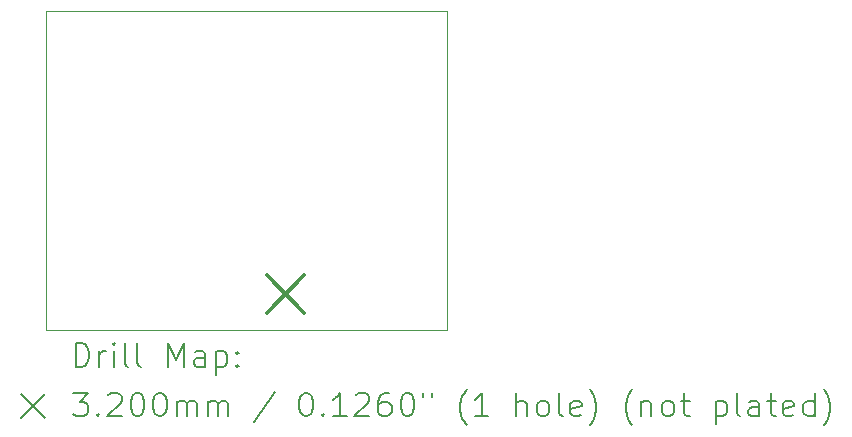
<source format=gbr>
%FSLAX45Y45*%
G04 Gerber Fmt 4.5, Leading zero omitted, Abs format (unit mm)*
G04 Created by KiCad (PCBNEW (6.0.0)) date 2022-01-30 17:17:49*
%MOMM*%
%LPD*%
G01*
G04 APERTURE LIST*
%TA.AperFunction,Profile*%
%ADD10C,0.100000*%
%TD*%
%ADD11C,0.200000*%
%ADD12C,0.320000*%
G04 APERTURE END LIST*
D10*
X20400000Y-2300000D02*
X23800000Y-2300000D01*
X23800000Y-2300000D02*
X23800000Y-5000000D01*
X23800000Y-5000000D02*
X20400000Y-5000000D01*
X20400000Y-5000000D02*
X20400000Y-2300000D01*
D11*
D12*
X22270000Y-4540000D02*
X22590000Y-4860000D01*
X22590000Y-4540000D02*
X22270000Y-4860000D01*
D11*
X20652619Y-5315476D02*
X20652619Y-5115476D01*
X20700238Y-5115476D01*
X20728810Y-5125000D01*
X20747857Y-5144048D01*
X20757381Y-5163095D01*
X20766905Y-5201190D01*
X20766905Y-5229762D01*
X20757381Y-5267857D01*
X20747857Y-5286905D01*
X20728810Y-5305952D01*
X20700238Y-5315476D01*
X20652619Y-5315476D01*
X20852619Y-5315476D02*
X20852619Y-5182143D01*
X20852619Y-5220238D02*
X20862143Y-5201190D01*
X20871667Y-5191667D01*
X20890714Y-5182143D01*
X20909762Y-5182143D01*
X20976429Y-5315476D02*
X20976429Y-5182143D01*
X20976429Y-5115476D02*
X20966905Y-5125000D01*
X20976429Y-5134524D01*
X20985952Y-5125000D01*
X20976429Y-5115476D01*
X20976429Y-5134524D01*
X21100238Y-5315476D02*
X21081190Y-5305952D01*
X21071667Y-5286905D01*
X21071667Y-5115476D01*
X21205000Y-5315476D02*
X21185952Y-5305952D01*
X21176429Y-5286905D01*
X21176429Y-5115476D01*
X21433571Y-5315476D02*
X21433571Y-5115476D01*
X21500238Y-5258333D01*
X21566905Y-5115476D01*
X21566905Y-5315476D01*
X21747857Y-5315476D02*
X21747857Y-5210714D01*
X21738333Y-5191667D01*
X21719286Y-5182143D01*
X21681190Y-5182143D01*
X21662143Y-5191667D01*
X21747857Y-5305952D02*
X21728810Y-5315476D01*
X21681190Y-5315476D01*
X21662143Y-5305952D01*
X21652619Y-5286905D01*
X21652619Y-5267857D01*
X21662143Y-5248810D01*
X21681190Y-5239286D01*
X21728810Y-5239286D01*
X21747857Y-5229762D01*
X21843095Y-5182143D02*
X21843095Y-5382143D01*
X21843095Y-5191667D02*
X21862143Y-5182143D01*
X21900238Y-5182143D01*
X21919286Y-5191667D01*
X21928810Y-5201190D01*
X21938333Y-5220238D01*
X21938333Y-5277381D01*
X21928810Y-5296429D01*
X21919286Y-5305952D01*
X21900238Y-5315476D01*
X21862143Y-5315476D01*
X21843095Y-5305952D01*
X22024048Y-5296429D02*
X22033571Y-5305952D01*
X22024048Y-5315476D01*
X22014524Y-5305952D01*
X22024048Y-5296429D01*
X22024048Y-5315476D01*
X22024048Y-5191667D02*
X22033571Y-5201190D01*
X22024048Y-5210714D01*
X22014524Y-5201190D01*
X22024048Y-5191667D01*
X22024048Y-5210714D01*
X20195000Y-5545000D02*
X20395000Y-5745000D01*
X20395000Y-5545000D02*
X20195000Y-5745000D01*
X20633571Y-5535476D02*
X20757381Y-5535476D01*
X20690714Y-5611667D01*
X20719286Y-5611667D01*
X20738333Y-5621190D01*
X20747857Y-5630714D01*
X20757381Y-5649762D01*
X20757381Y-5697381D01*
X20747857Y-5716428D01*
X20738333Y-5725952D01*
X20719286Y-5735476D01*
X20662143Y-5735476D01*
X20643095Y-5725952D01*
X20633571Y-5716428D01*
X20843095Y-5716428D02*
X20852619Y-5725952D01*
X20843095Y-5735476D01*
X20833571Y-5725952D01*
X20843095Y-5716428D01*
X20843095Y-5735476D01*
X20928810Y-5554524D02*
X20938333Y-5545000D01*
X20957381Y-5535476D01*
X21005000Y-5535476D01*
X21024048Y-5545000D01*
X21033571Y-5554524D01*
X21043095Y-5573571D01*
X21043095Y-5592619D01*
X21033571Y-5621190D01*
X20919286Y-5735476D01*
X21043095Y-5735476D01*
X21166905Y-5535476D02*
X21185952Y-5535476D01*
X21205000Y-5545000D01*
X21214524Y-5554524D01*
X21224048Y-5573571D01*
X21233571Y-5611667D01*
X21233571Y-5659286D01*
X21224048Y-5697381D01*
X21214524Y-5716428D01*
X21205000Y-5725952D01*
X21185952Y-5735476D01*
X21166905Y-5735476D01*
X21147857Y-5725952D01*
X21138333Y-5716428D01*
X21128810Y-5697381D01*
X21119286Y-5659286D01*
X21119286Y-5611667D01*
X21128810Y-5573571D01*
X21138333Y-5554524D01*
X21147857Y-5545000D01*
X21166905Y-5535476D01*
X21357381Y-5535476D02*
X21376429Y-5535476D01*
X21395476Y-5545000D01*
X21405000Y-5554524D01*
X21414524Y-5573571D01*
X21424048Y-5611667D01*
X21424048Y-5659286D01*
X21414524Y-5697381D01*
X21405000Y-5716428D01*
X21395476Y-5725952D01*
X21376429Y-5735476D01*
X21357381Y-5735476D01*
X21338333Y-5725952D01*
X21328810Y-5716428D01*
X21319286Y-5697381D01*
X21309762Y-5659286D01*
X21309762Y-5611667D01*
X21319286Y-5573571D01*
X21328810Y-5554524D01*
X21338333Y-5545000D01*
X21357381Y-5535476D01*
X21509762Y-5735476D02*
X21509762Y-5602143D01*
X21509762Y-5621190D02*
X21519286Y-5611667D01*
X21538333Y-5602143D01*
X21566905Y-5602143D01*
X21585952Y-5611667D01*
X21595476Y-5630714D01*
X21595476Y-5735476D01*
X21595476Y-5630714D02*
X21605000Y-5611667D01*
X21624048Y-5602143D01*
X21652619Y-5602143D01*
X21671667Y-5611667D01*
X21681190Y-5630714D01*
X21681190Y-5735476D01*
X21776429Y-5735476D02*
X21776429Y-5602143D01*
X21776429Y-5621190D02*
X21785952Y-5611667D01*
X21805000Y-5602143D01*
X21833571Y-5602143D01*
X21852619Y-5611667D01*
X21862143Y-5630714D01*
X21862143Y-5735476D01*
X21862143Y-5630714D02*
X21871667Y-5611667D01*
X21890714Y-5602143D01*
X21919286Y-5602143D01*
X21938333Y-5611667D01*
X21947857Y-5630714D01*
X21947857Y-5735476D01*
X22338333Y-5525952D02*
X22166905Y-5783095D01*
X22595476Y-5535476D02*
X22614524Y-5535476D01*
X22633571Y-5545000D01*
X22643095Y-5554524D01*
X22652619Y-5573571D01*
X22662143Y-5611667D01*
X22662143Y-5659286D01*
X22652619Y-5697381D01*
X22643095Y-5716428D01*
X22633571Y-5725952D01*
X22614524Y-5735476D01*
X22595476Y-5735476D01*
X22576428Y-5725952D01*
X22566905Y-5716428D01*
X22557381Y-5697381D01*
X22547857Y-5659286D01*
X22547857Y-5611667D01*
X22557381Y-5573571D01*
X22566905Y-5554524D01*
X22576428Y-5545000D01*
X22595476Y-5535476D01*
X22747857Y-5716428D02*
X22757381Y-5725952D01*
X22747857Y-5735476D01*
X22738333Y-5725952D01*
X22747857Y-5716428D01*
X22747857Y-5735476D01*
X22947857Y-5735476D02*
X22833571Y-5735476D01*
X22890714Y-5735476D02*
X22890714Y-5535476D01*
X22871667Y-5564048D01*
X22852619Y-5583095D01*
X22833571Y-5592619D01*
X23024048Y-5554524D02*
X23033571Y-5545000D01*
X23052619Y-5535476D01*
X23100238Y-5535476D01*
X23119286Y-5545000D01*
X23128809Y-5554524D01*
X23138333Y-5573571D01*
X23138333Y-5592619D01*
X23128809Y-5621190D01*
X23014524Y-5735476D01*
X23138333Y-5735476D01*
X23309762Y-5535476D02*
X23271667Y-5535476D01*
X23252619Y-5545000D01*
X23243095Y-5554524D01*
X23224048Y-5583095D01*
X23214524Y-5621190D01*
X23214524Y-5697381D01*
X23224048Y-5716428D01*
X23233571Y-5725952D01*
X23252619Y-5735476D01*
X23290714Y-5735476D01*
X23309762Y-5725952D01*
X23319286Y-5716428D01*
X23328809Y-5697381D01*
X23328809Y-5649762D01*
X23319286Y-5630714D01*
X23309762Y-5621190D01*
X23290714Y-5611667D01*
X23252619Y-5611667D01*
X23233571Y-5621190D01*
X23224048Y-5630714D01*
X23214524Y-5649762D01*
X23452619Y-5535476D02*
X23471667Y-5535476D01*
X23490714Y-5545000D01*
X23500238Y-5554524D01*
X23509762Y-5573571D01*
X23519286Y-5611667D01*
X23519286Y-5659286D01*
X23509762Y-5697381D01*
X23500238Y-5716428D01*
X23490714Y-5725952D01*
X23471667Y-5735476D01*
X23452619Y-5735476D01*
X23433571Y-5725952D01*
X23424048Y-5716428D01*
X23414524Y-5697381D01*
X23405000Y-5659286D01*
X23405000Y-5611667D01*
X23414524Y-5573571D01*
X23424048Y-5554524D01*
X23433571Y-5545000D01*
X23452619Y-5535476D01*
X23595476Y-5535476D02*
X23595476Y-5573571D01*
X23671667Y-5535476D02*
X23671667Y-5573571D01*
X23966905Y-5811667D02*
X23957381Y-5802143D01*
X23938333Y-5773571D01*
X23928809Y-5754524D01*
X23919286Y-5725952D01*
X23909762Y-5678333D01*
X23909762Y-5640238D01*
X23919286Y-5592619D01*
X23928809Y-5564048D01*
X23938333Y-5545000D01*
X23957381Y-5516429D01*
X23966905Y-5506905D01*
X24147857Y-5735476D02*
X24033571Y-5735476D01*
X24090714Y-5735476D02*
X24090714Y-5535476D01*
X24071667Y-5564048D01*
X24052619Y-5583095D01*
X24033571Y-5592619D01*
X24385952Y-5735476D02*
X24385952Y-5535476D01*
X24471667Y-5735476D02*
X24471667Y-5630714D01*
X24462143Y-5611667D01*
X24443095Y-5602143D01*
X24414524Y-5602143D01*
X24395476Y-5611667D01*
X24385952Y-5621190D01*
X24595476Y-5735476D02*
X24576428Y-5725952D01*
X24566905Y-5716428D01*
X24557381Y-5697381D01*
X24557381Y-5640238D01*
X24566905Y-5621190D01*
X24576428Y-5611667D01*
X24595476Y-5602143D01*
X24624048Y-5602143D01*
X24643095Y-5611667D01*
X24652619Y-5621190D01*
X24662143Y-5640238D01*
X24662143Y-5697381D01*
X24652619Y-5716428D01*
X24643095Y-5725952D01*
X24624048Y-5735476D01*
X24595476Y-5735476D01*
X24776428Y-5735476D02*
X24757381Y-5725952D01*
X24747857Y-5706905D01*
X24747857Y-5535476D01*
X24928809Y-5725952D02*
X24909762Y-5735476D01*
X24871667Y-5735476D01*
X24852619Y-5725952D01*
X24843095Y-5706905D01*
X24843095Y-5630714D01*
X24852619Y-5611667D01*
X24871667Y-5602143D01*
X24909762Y-5602143D01*
X24928809Y-5611667D01*
X24938333Y-5630714D01*
X24938333Y-5649762D01*
X24843095Y-5668809D01*
X25005000Y-5811667D02*
X25014524Y-5802143D01*
X25033571Y-5773571D01*
X25043095Y-5754524D01*
X25052619Y-5725952D01*
X25062143Y-5678333D01*
X25062143Y-5640238D01*
X25052619Y-5592619D01*
X25043095Y-5564048D01*
X25033571Y-5545000D01*
X25014524Y-5516429D01*
X25005000Y-5506905D01*
X25366905Y-5811667D02*
X25357381Y-5802143D01*
X25338333Y-5773571D01*
X25328809Y-5754524D01*
X25319286Y-5725952D01*
X25309762Y-5678333D01*
X25309762Y-5640238D01*
X25319286Y-5592619D01*
X25328809Y-5564048D01*
X25338333Y-5545000D01*
X25357381Y-5516429D01*
X25366905Y-5506905D01*
X25443095Y-5602143D02*
X25443095Y-5735476D01*
X25443095Y-5621190D02*
X25452619Y-5611667D01*
X25471667Y-5602143D01*
X25500238Y-5602143D01*
X25519286Y-5611667D01*
X25528809Y-5630714D01*
X25528809Y-5735476D01*
X25652619Y-5735476D02*
X25633571Y-5725952D01*
X25624048Y-5716428D01*
X25614524Y-5697381D01*
X25614524Y-5640238D01*
X25624048Y-5621190D01*
X25633571Y-5611667D01*
X25652619Y-5602143D01*
X25681190Y-5602143D01*
X25700238Y-5611667D01*
X25709762Y-5621190D01*
X25719286Y-5640238D01*
X25719286Y-5697381D01*
X25709762Y-5716428D01*
X25700238Y-5725952D01*
X25681190Y-5735476D01*
X25652619Y-5735476D01*
X25776428Y-5602143D02*
X25852619Y-5602143D01*
X25805000Y-5535476D02*
X25805000Y-5706905D01*
X25814524Y-5725952D01*
X25833571Y-5735476D01*
X25852619Y-5735476D01*
X26071667Y-5602143D02*
X26071667Y-5802143D01*
X26071667Y-5611667D02*
X26090714Y-5602143D01*
X26128809Y-5602143D01*
X26147857Y-5611667D01*
X26157381Y-5621190D01*
X26166905Y-5640238D01*
X26166905Y-5697381D01*
X26157381Y-5716428D01*
X26147857Y-5725952D01*
X26128809Y-5735476D01*
X26090714Y-5735476D01*
X26071667Y-5725952D01*
X26281190Y-5735476D02*
X26262143Y-5725952D01*
X26252619Y-5706905D01*
X26252619Y-5535476D01*
X26443095Y-5735476D02*
X26443095Y-5630714D01*
X26433571Y-5611667D01*
X26414524Y-5602143D01*
X26376428Y-5602143D01*
X26357381Y-5611667D01*
X26443095Y-5725952D02*
X26424048Y-5735476D01*
X26376428Y-5735476D01*
X26357381Y-5725952D01*
X26347857Y-5706905D01*
X26347857Y-5687857D01*
X26357381Y-5668809D01*
X26376428Y-5659286D01*
X26424048Y-5659286D01*
X26443095Y-5649762D01*
X26509762Y-5602143D02*
X26585952Y-5602143D01*
X26538333Y-5535476D02*
X26538333Y-5706905D01*
X26547857Y-5725952D01*
X26566905Y-5735476D01*
X26585952Y-5735476D01*
X26728809Y-5725952D02*
X26709762Y-5735476D01*
X26671667Y-5735476D01*
X26652619Y-5725952D01*
X26643095Y-5706905D01*
X26643095Y-5630714D01*
X26652619Y-5611667D01*
X26671667Y-5602143D01*
X26709762Y-5602143D01*
X26728809Y-5611667D01*
X26738333Y-5630714D01*
X26738333Y-5649762D01*
X26643095Y-5668809D01*
X26909762Y-5735476D02*
X26909762Y-5535476D01*
X26909762Y-5725952D02*
X26890714Y-5735476D01*
X26852619Y-5735476D01*
X26833571Y-5725952D01*
X26824048Y-5716428D01*
X26814524Y-5697381D01*
X26814524Y-5640238D01*
X26824048Y-5621190D01*
X26833571Y-5611667D01*
X26852619Y-5602143D01*
X26890714Y-5602143D01*
X26909762Y-5611667D01*
X26985952Y-5811667D02*
X26995476Y-5802143D01*
X27014524Y-5773571D01*
X27024048Y-5754524D01*
X27033571Y-5725952D01*
X27043095Y-5678333D01*
X27043095Y-5640238D01*
X27033571Y-5592619D01*
X27024048Y-5564048D01*
X27014524Y-5545000D01*
X26995476Y-5516429D01*
X26985952Y-5506905D01*
M02*

</source>
